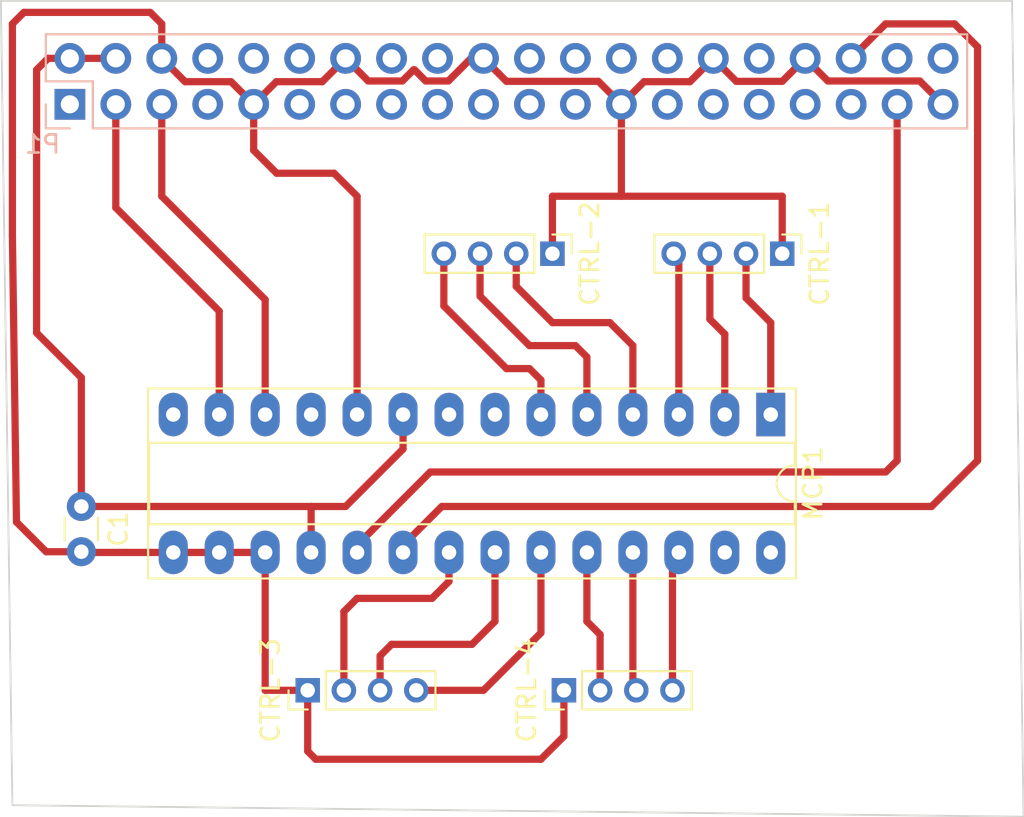
<source format=kicad_pcb>
(kicad_pcb (version 20171130) (host pcbnew 5.1.4-e60b266~84~ubuntu18.04.1)

  (general
    (thickness 1.6)
    (drawings 4)
    (tracks 135)
    (zones 0)
    (modules 7)
    (nets 20)
  )

  (page A3)
  (title_block
    (date "15 nov 2012")
  )

  (layers
    (0 F.Cu signal)
    (31 B.Cu signal)
    (32 B.Adhes user)
    (33 F.Adhes user)
    (34 B.Paste user)
    (35 F.Paste user)
    (36 B.SilkS user)
    (37 F.SilkS user)
    (38 B.Mask user)
    (39 F.Mask user)
    (40 Dwgs.User user)
    (41 Cmts.User user)
    (42 Eco1.User user)
    (43 Eco2.User user)
    (44 Edge.Cuts user)
    (45 Margin user)
    (46 B.CrtYd user)
    (47 F.CrtYd user)
  )

  (setup
    (last_trace_width 0.4)
    (trace_clearance 0.2)
    (zone_clearance 0.508)
    (zone_45_only no)
    (trace_min 0.1524)
    (via_size 0.9)
    (via_drill 0.6)
    (via_min_size 0.8)
    (via_min_drill 0.5)
    (uvia_size 0.5)
    (uvia_drill 0.1)
    (uvias_allowed no)
    (uvia_min_size 0.5)
    (uvia_min_drill 0.1)
    (edge_width 0.1)
    (segment_width 0.1)
    (pcb_text_width 0.1)
    (pcb_text_size 1 1)
    (mod_edge_width 0.15)
    (mod_text_size 1 1)
    (mod_text_width 0.15)
    (pad_size 2.5 2.5)
    (pad_drill 2.5)
    (pad_to_mask_clearance 0)
    (aux_axis_origin 200 150)
    (grid_origin 200 150)
    (visible_elements 7FFFFFFF)
    (pcbplotparams
      (layerselection 0x00030_80000001)
      (usegerberextensions true)
      (usegerberattributes false)
      (usegerberadvancedattributes false)
      (creategerberjobfile false)
      (excludeedgelayer true)
      (linewidth 0.150000)
      (plotframeref false)
      (viasonmask false)
      (mode 1)
      (useauxorigin false)
      (hpglpennumber 1)
      (hpglpenspeed 20)
      (hpglpendiameter 15.000000)
      (psnegative false)
      (psa4output false)
      (plotreference true)
      (plotvalue true)
      (plotinvisibletext false)
      (padsonsilk false)
      (subtractmaskfromsilk false)
      (outputformat 1)
      (mirror false)
      (drillshape 1)
      (scaleselection 1)
      (outputdirectory ""))
  )

  (net 0 "")
  (net 1 +3V3)
  (net 2 +5V)
  (net 3 GND)
  (net 4 /GPIO26)
  (net 5 "/GPIO2(SDA1)")
  (net 6 "/GPIO3(SCL1)")
  (net 7 /GPIO16)
  (net 8 "Net-(CTRL-1-Pad4)")
  (net 9 "Net-(CTRL-1-Pad3)")
  (net 10 "Net-(CTRL-1-Pad2)")
  (net 11 "Net-(CTRL-2-Pad4)")
  (net 12 "Net-(CTRL-2-Pad3)")
  (net 13 "Net-(CTRL-2-Pad2)")
  (net 14 "Net-(CTRL-3-Pad4)")
  (net 15 "Net-(CTRL-3-Pad3)")
  (net 16 "Net-(CTRL-3-Pad2)")
  (net 17 "Net-(CTRL-4-Pad4)")
  (net 18 "Net-(CTRL-4-Pad3)")
  (net 19 "Net-(CTRL-4-Pad2)")

  (net_class Default "This is the default net class."
    (clearance 0.2)
    (trace_width 0.4)
    (via_dia 0.9)
    (via_drill 0.6)
    (uvia_dia 0.5)
    (uvia_drill 0.1)
    (add_net /GPIO16)
    (add_net "/GPIO2(SDA1)")
    (add_net /GPIO26)
    (add_net "/GPIO3(SCL1)")
    (add_net "Net-(CTRL-1-Pad2)")
    (add_net "Net-(CTRL-1-Pad3)")
    (add_net "Net-(CTRL-1-Pad4)")
    (add_net "Net-(CTRL-2-Pad2)")
    (add_net "Net-(CTRL-2-Pad3)")
    (add_net "Net-(CTRL-2-Pad4)")
    (add_net "Net-(CTRL-3-Pad2)")
    (add_net "Net-(CTRL-3-Pad3)")
    (add_net "Net-(CTRL-3-Pad4)")
    (add_net "Net-(CTRL-4-Pad2)")
    (add_net "Net-(CTRL-4-Pad3)")
    (add_net "Net-(CTRL-4-Pad4)")
  )

  (net_class Power ""
    (clearance 0.2)
    (trace_width 0.4)
    (via_dia 1)
    (via_drill 0.7)
    (uvia_dia 0.5)
    (uvia_drill 0.1)
    (add_net +3V3)
    (add_net +5V)
    (add_net GND)
  )

  (module Connector_PinSocket_2.54mm:PinSocket_2x20_P2.54mm_Vertical (layer B.Cu) (tedit 5A19A433) (tstamp 5A793E9F)
    (at 208.255 102.375 270)
    (descr "Through hole straight socket strip, 2x20, 2.54mm pitch, double cols (from Kicad 4.0.7), script generated")
    (tags "Through hole socket strip THT 2x20 2.54mm double row")
    (path /59AD464A)
    (fp_text reference P1 (at 2.208 1.512) (layer B.SilkS)
      (effects (font (size 1 1) (thickness 0.15)) (justify mirror))
    )
    (fp_text value Conn_02x20_Odd_Even (at -1.27 -51.03 270) (layer B.Fab)
      (effects (font (size 1 1) (thickness 0.15)) (justify mirror))
    )
    (fp_line (start -3.81 1.27) (end 0.27 1.27) (layer B.Fab) (width 0.1))
    (fp_line (start 0.27 1.27) (end 1.27 0.27) (layer B.Fab) (width 0.1))
    (fp_line (start 1.27 0.27) (end 1.27 -49.53) (layer B.Fab) (width 0.1))
    (fp_line (start 1.27 -49.53) (end -3.81 -49.53) (layer B.Fab) (width 0.1))
    (fp_line (start -3.81 -49.53) (end -3.81 1.27) (layer B.Fab) (width 0.1))
    (fp_line (start -3.87 1.33) (end -1.27 1.33) (layer B.SilkS) (width 0.12))
    (fp_line (start -3.87 1.33) (end -3.87 -49.59) (layer B.SilkS) (width 0.12))
    (fp_line (start -3.87 -49.59) (end 1.33 -49.59) (layer B.SilkS) (width 0.12))
    (fp_line (start 1.33 -1.27) (end 1.33 -49.59) (layer B.SilkS) (width 0.12))
    (fp_line (start -1.27 -1.27) (end 1.33 -1.27) (layer B.SilkS) (width 0.12))
    (fp_line (start -1.27 1.33) (end -1.27 -1.27) (layer B.SilkS) (width 0.12))
    (fp_line (start 1.33 1.33) (end 1.33 0) (layer B.SilkS) (width 0.12))
    (fp_line (start 0 1.33) (end 1.33 1.33) (layer B.SilkS) (width 0.12))
    (fp_line (start -4.34 1.8) (end 1.76 1.8) (layer B.CrtYd) (width 0.05))
    (fp_line (start 1.76 1.8) (end 1.76 -50) (layer B.CrtYd) (width 0.05))
    (fp_line (start 1.76 -50) (end -4.34 -50) (layer B.CrtYd) (width 0.05))
    (fp_line (start -4.34 -50) (end -4.34 1.8) (layer B.CrtYd) (width 0.05))
    (fp_text user %R (at -1.27 -24.13 180) (layer B.Fab)
      (effects (font (size 1 1) (thickness 0.15)) (justify mirror))
    )
    (pad 1 thru_hole rect (at 0 0 270) (size 1.7 1.7) (drill 1) (layers *.Cu *.Mask)
      (net 1 +3V3))
    (pad 2 thru_hole oval (at -2.54 0 270) (size 1.7 1.7) (drill 1) (layers *.Cu *.Mask)
      (net 2 +5V))
    (pad 3 thru_hole oval (at 0 -2.54 270) (size 1.7 1.7) (drill 1) (layers *.Cu *.Mask)
      (net 5 "/GPIO2(SDA1)"))
    (pad 4 thru_hole oval (at -2.54 -2.54 270) (size 1.7 1.7) (drill 1) (layers *.Cu *.Mask)
      (net 2 +5V))
    (pad 5 thru_hole oval (at 0 -5.08 270) (size 1.7 1.7) (drill 1) (layers *.Cu *.Mask)
      (net 6 "/GPIO3(SCL1)"))
    (pad 6 thru_hole oval (at -2.54 -5.08 270) (size 1.7 1.7) (drill 1) (layers *.Cu *.Mask)
      (net 3 GND))
    (pad 7 thru_hole oval (at 0 -7.62 270) (size 1.7 1.7) (drill 1) (layers *.Cu *.Mask))
    (pad 8 thru_hole oval (at -2.54 -7.62 270) (size 1.7 1.7) (drill 1) (layers *.Cu *.Mask))
    (pad 9 thru_hole oval (at 0 -10.16 270) (size 1.7 1.7) (drill 1) (layers *.Cu *.Mask)
      (net 3 GND))
    (pad 10 thru_hole oval (at -2.54 -10.16 270) (size 1.7 1.7) (drill 1) (layers *.Cu *.Mask))
    (pad 11 thru_hole oval (at 0 -12.7 270) (size 1.7 1.7) (drill 1) (layers *.Cu *.Mask))
    (pad 12 thru_hole oval (at -2.54 -12.7 270) (size 1.7 1.7) (drill 1) (layers *.Cu *.Mask))
    (pad 13 thru_hole oval (at 0 -15.24 270) (size 1.7 1.7) (drill 1) (layers *.Cu *.Mask))
    (pad 14 thru_hole oval (at -2.54 -15.24 270) (size 1.7 1.7) (drill 1) (layers *.Cu *.Mask)
      (net 3 GND))
    (pad 15 thru_hole oval (at 0 -17.78 270) (size 1.7 1.7) (drill 1) (layers *.Cu *.Mask))
    (pad 16 thru_hole oval (at -2.54 -17.78 270) (size 1.7 1.7) (drill 1) (layers *.Cu *.Mask))
    (pad 17 thru_hole oval (at 0 -20.32 270) (size 1.7 1.7) (drill 1) (layers *.Cu *.Mask)
      (net 1 +3V3))
    (pad 18 thru_hole oval (at -2.54 -20.32 270) (size 1.7 1.7) (drill 1) (layers *.Cu *.Mask))
    (pad 19 thru_hole oval (at 0 -22.86 270) (size 1.7 1.7) (drill 1) (layers *.Cu *.Mask))
    (pad 20 thru_hole oval (at -2.54 -22.86 270) (size 1.7 1.7) (drill 1) (layers *.Cu *.Mask)
      (net 3 GND))
    (pad 21 thru_hole oval (at 0 -25.4 270) (size 1.7 1.7) (drill 1) (layers *.Cu *.Mask))
    (pad 22 thru_hole oval (at -2.54 -25.4 270) (size 1.7 1.7) (drill 1) (layers *.Cu *.Mask))
    (pad 23 thru_hole oval (at 0 -27.94 270) (size 1.7 1.7) (drill 1) (layers *.Cu *.Mask))
    (pad 24 thru_hole oval (at -2.54 -27.94 270) (size 1.7 1.7) (drill 1) (layers *.Cu *.Mask))
    (pad 25 thru_hole oval (at 0 -30.48 270) (size 1.7 1.7) (drill 1) (layers *.Cu *.Mask)
      (net 3 GND))
    (pad 26 thru_hole oval (at -2.54 -30.48 270) (size 1.7 1.7) (drill 1) (layers *.Cu *.Mask))
    (pad 27 thru_hole oval (at 0 -33.02 270) (size 1.7 1.7) (drill 1) (layers *.Cu *.Mask))
    (pad 28 thru_hole oval (at -2.54 -33.02 270) (size 1.7 1.7) (drill 1) (layers *.Cu *.Mask))
    (pad 29 thru_hole oval (at 0 -35.56 270) (size 1.7 1.7) (drill 1) (layers *.Cu *.Mask))
    (pad 30 thru_hole oval (at -2.54 -35.56 270) (size 1.7 1.7) (drill 1) (layers *.Cu *.Mask)
      (net 3 GND))
    (pad 31 thru_hole oval (at 0 -38.1 270) (size 1.7 1.7) (drill 1) (layers *.Cu *.Mask))
    (pad 32 thru_hole oval (at -2.54 -38.1 270) (size 1.7 1.7) (drill 1) (layers *.Cu *.Mask))
    (pad 33 thru_hole oval (at 0 -40.64 270) (size 1.7 1.7) (drill 1) (layers *.Cu *.Mask))
    (pad 34 thru_hole oval (at -2.54 -40.64 270) (size 1.7 1.7) (drill 1) (layers *.Cu *.Mask)
      (net 3 GND))
    (pad 35 thru_hole oval (at 0 -43.18 270) (size 1.7 1.7) (drill 1) (layers *.Cu *.Mask))
    (pad 36 thru_hole oval (at -2.54 -43.18 270) (size 1.7 1.7) (drill 1) (layers *.Cu *.Mask)
      (net 7 /GPIO16))
    (pad 37 thru_hole oval (at 0 -45.72 270) (size 1.7 1.7) (drill 1) (layers *.Cu *.Mask)
      (net 4 /GPIO26))
    (pad 38 thru_hole oval (at -2.54 -45.72 270) (size 1.7 1.7) (drill 1) (layers *.Cu *.Mask))
    (pad 39 thru_hole oval (at 0 -48.26 270) (size 1.7 1.7) (drill 1) (layers *.Cu *.Mask)
      (net 3 GND))
    (pad 40 thru_hole oval (at -2.54 -48.26 270) (size 1.7 1.7) (drill 1) (layers *.Cu *.Mask))
    (model ${KISYS3DMOD}/Connector_PinSocket_2.54mm.3dshapes/PinSocket_2x20_P2.54mm_Vertical.wrl
      (at (xyz 0 0 0))
      (scale (xyz 1 1 1))
      (rotate (xyz 0 0 0))
    )
  )

  (module Package_DIP:DIP-28_W7.62mm_Socket_LongPads (layer F.Cu) (tedit 5A02E8C5) (tstamp 5DB59BC4)
    (at 246.99 119.52 270)
    (descr "28-lead though-hole mounted DIP package, row spacing 7.62 mm (300 mils), Socket, LongPads")
    (tags "THT DIP DIL PDIP 2.54mm 7.62mm 300mil Socket LongPads")
    (path /5919A2E7)
    (fp_text reference MCP1 (at 3.81 -2.33 90) (layer F.SilkS)
      (effects (font (size 1 1) (thickness 0.15)))
    )
    (fp_text value MCP23017 (at 3.81 35.35 90) (layer F.Fab)
      (effects (font (size 1 1) (thickness 0.15)))
    )
    (fp_text user %R (at 3.81 16.51 90) (layer F.Fab)
      (effects (font (size 1 1) (thickness 0.15)))
    )
    (fp_line (start 9.15 -1.6) (end -1.55 -1.6) (layer F.CrtYd) (width 0.05))
    (fp_line (start 9.15 34.65) (end 9.15 -1.6) (layer F.CrtYd) (width 0.05))
    (fp_line (start -1.55 34.65) (end 9.15 34.65) (layer F.CrtYd) (width 0.05))
    (fp_line (start -1.55 -1.6) (end -1.55 34.65) (layer F.CrtYd) (width 0.05))
    (fp_line (start 9.06 -1.39) (end -1.44 -1.39) (layer F.SilkS) (width 0.12))
    (fp_line (start 9.06 34.41) (end 9.06 -1.39) (layer F.SilkS) (width 0.12))
    (fp_line (start -1.44 34.41) (end 9.06 34.41) (layer F.SilkS) (width 0.12))
    (fp_line (start -1.44 -1.39) (end -1.44 34.41) (layer F.SilkS) (width 0.12))
    (fp_line (start 6.06 -1.33) (end 4.81 -1.33) (layer F.SilkS) (width 0.12))
    (fp_line (start 6.06 34.35) (end 6.06 -1.33) (layer F.SilkS) (width 0.12))
    (fp_line (start 1.56 34.35) (end 6.06 34.35) (layer F.SilkS) (width 0.12))
    (fp_line (start 1.56 -1.33) (end 1.56 34.35) (layer F.SilkS) (width 0.12))
    (fp_line (start 2.81 -1.33) (end 1.56 -1.33) (layer F.SilkS) (width 0.12))
    (fp_line (start 8.89 -1.33) (end -1.27 -1.33) (layer F.Fab) (width 0.1))
    (fp_line (start 8.89 34.35) (end 8.89 -1.33) (layer F.Fab) (width 0.1))
    (fp_line (start -1.27 34.35) (end 8.89 34.35) (layer F.Fab) (width 0.1))
    (fp_line (start -1.27 -1.33) (end -1.27 34.35) (layer F.Fab) (width 0.1))
    (fp_line (start 0.635 -0.27) (end 1.635 -1.27) (layer F.Fab) (width 0.1))
    (fp_line (start 0.635 34.29) (end 0.635 -0.27) (layer F.Fab) (width 0.1))
    (fp_line (start 6.985 34.29) (end 0.635 34.29) (layer F.Fab) (width 0.1))
    (fp_line (start 6.985 -1.27) (end 6.985 34.29) (layer F.Fab) (width 0.1))
    (fp_line (start 1.635 -1.27) (end 6.985 -1.27) (layer F.Fab) (width 0.1))
    (fp_arc (start 3.81 -1.33) (end 2.81 -1.33) (angle -180) (layer F.SilkS) (width 0.12))
    (pad 28 thru_hole oval (at 7.62 0 270) (size 2.4 1.6) (drill 0.8) (layers *.Cu *.Mask))
    (pad 14 thru_hole oval (at 0 33.02 270) (size 2.4 1.6) (drill 0.8) (layers *.Cu *.Mask))
    (pad 27 thru_hole oval (at 7.62 2.54 270) (size 2.4 1.6) (drill 0.8) (layers *.Cu *.Mask))
    (pad 13 thru_hole oval (at 0 30.48 270) (size 2.4 1.6) (drill 0.8) (layers *.Cu *.Mask)
      (net 5 "/GPIO2(SDA1)"))
    (pad 26 thru_hole oval (at 7.62 5.08 270) (size 2.4 1.6) (drill 0.8) (layers *.Cu *.Mask)
      (net 17 "Net-(CTRL-4-Pad4)"))
    (pad 12 thru_hole oval (at 0 27.94 270) (size 2.4 1.6) (drill 0.8) (layers *.Cu *.Mask)
      (net 6 "/GPIO3(SCL1)"))
    (pad 25 thru_hole oval (at 7.62 7.62 270) (size 2.4 1.6) (drill 0.8) (layers *.Cu *.Mask)
      (net 18 "Net-(CTRL-4-Pad3)"))
    (pad 11 thru_hole oval (at 0 25.4 270) (size 2.4 1.6) (drill 0.8) (layers *.Cu *.Mask))
    (pad 24 thru_hole oval (at 7.62 10.16 270) (size 2.4 1.6) (drill 0.8) (layers *.Cu *.Mask)
      (net 19 "Net-(CTRL-4-Pad2)"))
    (pad 10 thru_hole oval (at 0 22.86 270) (size 2.4 1.6) (drill 0.8) (layers *.Cu *.Mask)
      (net 3 GND))
    (pad 23 thru_hole oval (at 7.62 12.7 270) (size 2.4 1.6) (drill 0.8) (layers *.Cu *.Mask)
      (net 14 "Net-(CTRL-3-Pad4)"))
    (pad 9 thru_hole oval (at 0 20.32 270) (size 2.4 1.6) (drill 0.8) (layers *.Cu *.Mask)
      (net 2 +5V))
    (pad 22 thru_hole oval (at 7.62 15.24 270) (size 2.4 1.6) (drill 0.8) (layers *.Cu *.Mask)
      (net 15 "Net-(CTRL-3-Pad3)"))
    (pad 8 thru_hole oval (at 0 17.78 270) (size 2.4 1.6) (drill 0.8) (layers *.Cu *.Mask))
    (pad 21 thru_hole oval (at 7.62 17.78 270) (size 2.4 1.6) (drill 0.8) (layers *.Cu *.Mask)
      (net 16 "Net-(CTRL-3-Pad2)"))
    (pad 7 thru_hole oval (at 0 15.24 270) (size 2.4 1.6) (drill 0.8) (layers *.Cu *.Mask))
    (pad 20 thru_hole oval (at 7.62 20.32 270) (size 2.4 1.6) (drill 0.8) (layers *.Cu *.Mask)
      (net 7 /GPIO16))
    (pad 6 thru_hole oval (at 0 12.7 270) (size 2.4 1.6) (drill 0.8) (layers *.Cu *.Mask)
      (net 11 "Net-(CTRL-2-Pad4)"))
    (pad 19 thru_hole oval (at 7.62 22.86 270) (size 2.4 1.6) (drill 0.8) (layers *.Cu *.Mask)
      (net 4 /GPIO26))
    (pad 5 thru_hole oval (at 0 10.16 270) (size 2.4 1.6) (drill 0.8) (layers *.Cu *.Mask)
      (net 12 "Net-(CTRL-2-Pad3)"))
    (pad 18 thru_hole oval (at 7.62 25.4 270) (size 2.4 1.6) (drill 0.8) (layers *.Cu *.Mask)
      (net 2 +5V))
    (pad 4 thru_hole oval (at 0 7.62 270) (size 2.4 1.6) (drill 0.8) (layers *.Cu *.Mask)
      (net 13 "Net-(CTRL-2-Pad2)"))
    (pad 17 thru_hole oval (at 7.62 27.94 270) (size 2.4 1.6) (drill 0.8) (layers *.Cu *.Mask)
      (net 3 GND))
    (pad 3 thru_hole oval (at 0 5.08 270) (size 2.4 1.6) (drill 0.8) (layers *.Cu *.Mask)
      (net 8 "Net-(CTRL-1-Pad4)"))
    (pad 16 thru_hole oval (at 7.62 30.48 270) (size 2.4 1.6) (drill 0.8) (layers *.Cu *.Mask)
      (net 3 GND))
    (pad 2 thru_hole oval (at 0 2.54 270) (size 2.4 1.6) (drill 0.8) (layers *.Cu *.Mask)
      (net 9 "Net-(CTRL-1-Pad3)"))
    (pad 15 thru_hole oval (at 7.62 33.02 270) (size 2.4 1.6) (drill 0.8) (layers *.Cu *.Mask)
      (net 3 GND))
    (pad 1 thru_hole rect (at 0 0 270) (size 2.4 1.6) (drill 0.8) (layers *.Cu *.Mask)
      (net 10 "Net-(CTRL-1-Pad2)"))
    (model ${KISYS3DMOD}/Package_DIP.3dshapes/DIP-28_W7.62mm_Socket.wrl
      (at (xyz 0 0 0))
      (scale (xyz 1 1 1))
      (rotate (xyz 0 0 0))
    )
  )

  (module Connector_PinHeader_2.00mm:PinHeader_1x04_P2.00mm_Vertical (layer F.Cu) (tedit 59FED667) (tstamp 5DB59B8C)
    (at 235.56 134.76 90)
    (descr "Through hole straight pin header, 1x04, 2.00mm pitch, single row")
    (tags "Through hole pin header THT 1x04 2.00mm single row")
    (path /5919A47E)
    (fp_text reference CTRL-4 (at 0 -2.06 90) (layer F.SilkS)
      (effects (font (size 1 1) (thickness 0.15)))
    )
    (fp_text value CTRL2 (at 0 8.06 90) (layer F.Fab)
      (effects (font (size 1 1) (thickness 0.15)))
    )
    (fp_text user %R (at 0 3) (layer F.Fab)
      (effects (font (size 1 1) (thickness 0.15)))
    )
    (fp_line (start 1.5 -1.5) (end -1.5 -1.5) (layer F.CrtYd) (width 0.05))
    (fp_line (start 1.5 7.5) (end 1.5 -1.5) (layer F.CrtYd) (width 0.05))
    (fp_line (start -1.5 7.5) (end 1.5 7.5) (layer F.CrtYd) (width 0.05))
    (fp_line (start -1.5 -1.5) (end -1.5 7.5) (layer F.CrtYd) (width 0.05))
    (fp_line (start -1.06 -1.06) (end 0 -1.06) (layer F.SilkS) (width 0.12))
    (fp_line (start -1.06 0) (end -1.06 -1.06) (layer F.SilkS) (width 0.12))
    (fp_line (start -1.06 1) (end 1.06 1) (layer F.SilkS) (width 0.12))
    (fp_line (start 1.06 1) (end 1.06 7.06) (layer F.SilkS) (width 0.12))
    (fp_line (start -1.06 1) (end -1.06 7.06) (layer F.SilkS) (width 0.12))
    (fp_line (start -1.06 7.06) (end 1.06 7.06) (layer F.SilkS) (width 0.12))
    (fp_line (start -1 -0.5) (end -0.5 -1) (layer F.Fab) (width 0.1))
    (fp_line (start -1 7) (end -1 -0.5) (layer F.Fab) (width 0.1))
    (fp_line (start 1 7) (end -1 7) (layer F.Fab) (width 0.1))
    (fp_line (start 1 -1) (end 1 7) (layer F.Fab) (width 0.1))
    (fp_line (start -0.5 -1) (end 1 -1) (layer F.Fab) (width 0.1))
    (pad 4 thru_hole oval (at 0 6 90) (size 1.35 1.35) (drill 0.8) (layers *.Cu *.Mask)
      (net 17 "Net-(CTRL-4-Pad4)"))
    (pad 3 thru_hole oval (at 0 4 90) (size 1.35 1.35) (drill 0.8) (layers *.Cu *.Mask)
      (net 18 "Net-(CTRL-4-Pad3)"))
    (pad 2 thru_hole oval (at 0 2 90) (size 1.35 1.35) (drill 0.8) (layers *.Cu *.Mask)
      (net 19 "Net-(CTRL-4-Pad2)"))
    (pad 1 thru_hole rect (at 0 0 90) (size 1.35 1.35) (drill 0.8) (layers *.Cu *.Mask)
      (net 3 GND))
    (model ${KISYS3DMOD}/Connector_PinHeader_2.00mm.3dshapes/PinHeader_1x04_P2.00mm_Vertical.wrl
      (at (xyz 0 0 0))
      (scale (xyz 1 1 1))
      (rotate (xyz 0 0 0))
    )
  )

  (module Connector_PinHeader_2.00mm:PinHeader_1x04_P2.00mm_Vertical (layer F.Cu) (tedit 59FED667) (tstamp 5DB59B74)
    (at 221.4 134.76 90)
    (descr "Through hole straight pin header, 1x04, 2.00mm pitch, single row")
    (tags "Through hole pin header THT 1x04 2.00mm single row")
    (path /5919A2E4)
    (fp_text reference CTRL-3 (at 0 -2.06 90) (layer F.SilkS)
      (effects (font (size 1 1) (thickness 0.15)))
    )
    (fp_text value CTRL1 (at 0 8.06 90) (layer F.Fab)
      (effects (font (size 1 1) (thickness 0.15)))
    )
    (fp_text user %R (at 0 3) (layer F.Fab)
      (effects (font (size 1 1) (thickness 0.15)))
    )
    (fp_line (start 1.5 -1.5) (end -1.5 -1.5) (layer F.CrtYd) (width 0.05))
    (fp_line (start 1.5 7.5) (end 1.5 -1.5) (layer F.CrtYd) (width 0.05))
    (fp_line (start -1.5 7.5) (end 1.5 7.5) (layer F.CrtYd) (width 0.05))
    (fp_line (start -1.5 -1.5) (end -1.5 7.5) (layer F.CrtYd) (width 0.05))
    (fp_line (start -1.06 -1.06) (end 0 -1.06) (layer F.SilkS) (width 0.12))
    (fp_line (start -1.06 0) (end -1.06 -1.06) (layer F.SilkS) (width 0.12))
    (fp_line (start -1.06 1) (end 1.06 1) (layer F.SilkS) (width 0.12))
    (fp_line (start 1.06 1) (end 1.06 7.06) (layer F.SilkS) (width 0.12))
    (fp_line (start -1.06 1) (end -1.06 7.06) (layer F.SilkS) (width 0.12))
    (fp_line (start -1.06 7.06) (end 1.06 7.06) (layer F.SilkS) (width 0.12))
    (fp_line (start -1 -0.5) (end -0.5 -1) (layer F.Fab) (width 0.1))
    (fp_line (start -1 7) (end -1 -0.5) (layer F.Fab) (width 0.1))
    (fp_line (start 1 7) (end -1 7) (layer F.Fab) (width 0.1))
    (fp_line (start 1 -1) (end 1 7) (layer F.Fab) (width 0.1))
    (fp_line (start -0.5 -1) (end 1 -1) (layer F.Fab) (width 0.1))
    (pad 4 thru_hole oval (at 0 6 90) (size 1.35 1.35) (drill 0.8) (layers *.Cu *.Mask)
      (net 14 "Net-(CTRL-3-Pad4)"))
    (pad 3 thru_hole oval (at 0 4 90) (size 1.35 1.35) (drill 0.8) (layers *.Cu *.Mask)
      (net 15 "Net-(CTRL-3-Pad3)"))
    (pad 2 thru_hole oval (at 0 2 90) (size 1.35 1.35) (drill 0.8) (layers *.Cu *.Mask)
      (net 16 "Net-(CTRL-3-Pad2)"))
    (pad 1 thru_hole rect (at 0 0 90) (size 1.35 1.35) (drill 0.8) (layers *.Cu *.Mask)
      (net 3 GND))
    (model ${KISYS3DMOD}/Connector_PinHeader_2.00mm.3dshapes/PinHeader_1x04_P2.00mm_Vertical.wrl
      (at (xyz 0 0 0))
      (scale (xyz 1 1 1))
      (rotate (xyz 0 0 0))
    )
  )

  (module Connector_PinHeader_2.00mm:PinHeader_1x04_P2.00mm_Vertical (layer F.Cu) (tedit 59FED667) (tstamp 5DB59B5C)
    (at 234.925 110.63 270)
    (descr "Through hole straight pin header, 1x04, 2.00mm pitch, single row")
    (tags "Through hole pin header THT 1x04 2.00mm single row")
    (path /5919A47C)
    (fp_text reference CTRL-2 (at 0 -2.06 90) (layer F.SilkS)
      (effects (font (size 1 1) (thickness 0.15)))
    )
    (fp_text value CTRL4 (at 0 8.06 90) (layer F.Fab)
      (effects (font (size 1 1) (thickness 0.15)))
    )
    (fp_text user %R (at 0 3) (layer F.Fab)
      (effects (font (size 1 1) (thickness 0.15)))
    )
    (fp_line (start 1.5 -1.5) (end -1.5 -1.5) (layer F.CrtYd) (width 0.05))
    (fp_line (start 1.5 7.5) (end 1.5 -1.5) (layer F.CrtYd) (width 0.05))
    (fp_line (start -1.5 7.5) (end 1.5 7.5) (layer F.CrtYd) (width 0.05))
    (fp_line (start -1.5 -1.5) (end -1.5 7.5) (layer F.CrtYd) (width 0.05))
    (fp_line (start -1.06 -1.06) (end 0 -1.06) (layer F.SilkS) (width 0.12))
    (fp_line (start -1.06 0) (end -1.06 -1.06) (layer F.SilkS) (width 0.12))
    (fp_line (start -1.06 1) (end 1.06 1) (layer F.SilkS) (width 0.12))
    (fp_line (start 1.06 1) (end 1.06 7.06) (layer F.SilkS) (width 0.12))
    (fp_line (start -1.06 1) (end -1.06 7.06) (layer F.SilkS) (width 0.12))
    (fp_line (start -1.06 7.06) (end 1.06 7.06) (layer F.SilkS) (width 0.12))
    (fp_line (start -1 -0.5) (end -0.5 -1) (layer F.Fab) (width 0.1))
    (fp_line (start -1 7) (end -1 -0.5) (layer F.Fab) (width 0.1))
    (fp_line (start 1 7) (end -1 7) (layer F.Fab) (width 0.1))
    (fp_line (start 1 -1) (end 1 7) (layer F.Fab) (width 0.1))
    (fp_line (start -0.5 -1) (end 1 -1) (layer F.Fab) (width 0.1))
    (pad 4 thru_hole oval (at 0 6 270) (size 1.35 1.35) (drill 0.8) (layers *.Cu *.Mask)
      (net 11 "Net-(CTRL-2-Pad4)"))
    (pad 3 thru_hole oval (at 0 4 270) (size 1.35 1.35) (drill 0.8) (layers *.Cu *.Mask)
      (net 12 "Net-(CTRL-2-Pad3)"))
    (pad 2 thru_hole oval (at 0 2 270) (size 1.35 1.35) (drill 0.8) (layers *.Cu *.Mask)
      (net 13 "Net-(CTRL-2-Pad2)"))
    (pad 1 thru_hole rect (at 0 0 270) (size 1.35 1.35) (drill 0.8) (layers *.Cu *.Mask)
      (net 3 GND))
    (model ${KISYS3DMOD}/Connector_PinHeader_2.00mm.3dshapes/PinHeader_1x04_P2.00mm_Vertical.wrl
      (at (xyz 0 0 0))
      (scale (xyz 1 1 1))
      (rotate (xyz 0 0 0))
    )
  )

  (module Connector_PinHeader_2.00mm:PinHeader_1x04_P2.00mm_Vertical (layer F.Cu) (tedit 59FED667) (tstamp 5DB59ED0)
    (at 247.625 110.63 270)
    (descr "Through hole straight pin header, 1x04, 2.00mm pitch, single row")
    (tags "Through hole pin header THT 1x04 2.00mm single row")
    (path /5919A47B)
    (fp_text reference CTRL-1 (at 0 -2.06 90) (layer F.SilkS)
      (effects (font (size 1 1) (thickness 0.15)))
    )
    (fp_text value CTRL3 (at 0 8.06 90) (layer F.Fab)
      (effects (font (size 1 1) (thickness 0.15)))
    )
    (fp_text user %R (at 0 3) (layer F.Fab)
      (effects (font (size 1 1) (thickness 0.15)))
    )
    (fp_line (start 1.5 -1.5) (end -1.5 -1.5) (layer F.CrtYd) (width 0.05))
    (fp_line (start 1.5 7.5) (end 1.5 -1.5) (layer F.CrtYd) (width 0.05))
    (fp_line (start -1.5 7.5) (end 1.5 7.5) (layer F.CrtYd) (width 0.05))
    (fp_line (start -1.5 -1.5) (end -1.5 7.5) (layer F.CrtYd) (width 0.05))
    (fp_line (start -1.06 -1.06) (end 0 -1.06) (layer F.SilkS) (width 0.12))
    (fp_line (start -1.06 0) (end -1.06 -1.06) (layer F.SilkS) (width 0.12))
    (fp_line (start -1.06 1) (end 1.06 1) (layer F.SilkS) (width 0.12))
    (fp_line (start 1.06 1) (end 1.06 7.06) (layer F.SilkS) (width 0.12))
    (fp_line (start -1.06 1) (end -1.06 7.06) (layer F.SilkS) (width 0.12))
    (fp_line (start -1.06 7.06) (end 1.06 7.06) (layer F.SilkS) (width 0.12))
    (fp_line (start -1 -0.5) (end -0.5 -1) (layer F.Fab) (width 0.1))
    (fp_line (start -1 7) (end -1 -0.5) (layer F.Fab) (width 0.1))
    (fp_line (start 1 7) (end -1 7) (layer F.Fab) (width 0.1))
    (fp_line (start 1 -1) (end 1 7) (layer F.Fab) (width 0.1))
    (fp_line (start -0.5 -1) (end 1 -1) (layer F.Fab) (width 0.1))
    (pad 4 thru_hole oval (at 0 6 270) (size 1.35 1.35) (drill 0.8) (layers *.Cu *.Mask)
      (net 8 "Net-(CTRL-1-Pad4)"))
    (pad 3 thru_hole oval (at 0 4 270) (size 1.35 1.35) (drill 0.8) (layers *.Cu *.Mask)
      (net 9 "Net-(CTRL-1-Pad3)"))
    (pad 2 thru_hole oval (at 0 2 270) (size 1.35 1.35) (drill 0.8) (layers *.Cu *.Mask)
      (net 10 "Net-(CTRL-1-Pad2)"))
    (pad 1 thru_hole rect (at 0 0 270) (size 1.35 1.35) (drill 0.8) (layers *.Cu *.Mask)
      (net 3 GND))
    (model ${KISYS3DMOD}/Connector_PinHeader_2.00mm.3dshapes/PinHeader_1x04_P2.00mm_Vertical.wrl
      (at (xyz 0 0 0))
      (scale (xyz 1 1 1))
      (rotate (xyz 0 0 0))
    )
  )

  (module Capacitor_THT:C_Disc_D3.0mm_W1.6mm_P2.50mm (layer F.Cu) (tedit 5AE50EF0) (tstamp 5DB59B2C)
    (at 208.89 124.6 270)
    (descr "C, Disc series, Radial, pin pitch=2.50mm, , diameter*width=3.0*1.6mm^2, Capacitor, http://www.vishay.com/docs/45233/krseries.pdf")
    (tags "C Disc series Radial pin pitch 2.50mm  diameter 3.0mm width 1.6mm Capacitor")
    (path /591ACB40)
    (fp_text reference C1 (at 1.25 -2.05 90) (layer F.SilkS)
      (effects (font (size 1 1) (thickness 0.15)))
    )
    (fp_text value 100n (at 1.25 2.05 90) (layer F.Fab)
      (effects (font (size 1 1) (thickness 0.15)))
    )
    (fp_text user %R (at 1.25 0 90) (layer F.Fab)
      (effects (font (size 0.6 0.6) (thickness 0.09)))
    )
    (fp_line (start 3.55 -1.05) (end -1.05 -1.05) (layer F.CrtYd) (width 0.05))
    (fp_line (start 3.55 1.05) (end 3.55 -1.05) (layer F.CrtYd) (width 0.05))
    (fp_line (start -1.05 1.05) (end 3.55 1.05) (layer F.CrtYd) (width 0.05))
    (fp_line (start -1.05 -1.05) (end -1.05 1.05) (layer F.CrtYd) (width 0.05))
    (fp_line (start 0.621 0.92) (end 1.879 0.92) (layer F.SilkS) (width 0.12))
    (fp_line (start 0.621 -0.92) (end 1.879 -0.92) (layer F.SilkS) (width 0.12))
    (fp_line (start 2.75 -0.8) (end -0.25 -0.8) (layer F.Fab) (width 0.1))
    (fp_line (start 2.75 0.8) (end 2.75 -0.8) (layer F.Fab) (width 0.1))
    (fp_line (start -0.25 0.8) (end 2.75 0.8) (layer F.Fab) (width 0.1))
    (fp_line (start -0.25 -0.8) (end -0.25 0.8) (layer F.Fab) (width 0.1))
    (pad 2 thru_hole circle (at 2.5 0 270) (size 1.6 1.6) (drill 0.8) (layers *.Cu *.Mask)
      (net 3 GND))
    (pad 1 thru_hole circle (at 0 0 270) (size 1.6 1.6) (drill 0.8) (layers *.Cu *.Mask)
      (net 2 +5V))
    (model ${KISYS3DMOD}/Capacitor_THT.3dshapes/C_Disc_D3.0mm_W1.6mm_P2.50mm.wrl
      (at (xyz 0 0 0))
      (scale (xyz 1 1 1))
      (rotate (xyz 0 0 0))
    )
  )

  (gr_line (start 205.08 141.11) (end 204.445 96.66) (layer Edge.Cuts) (width 0.1))
  (gr_line (start 260.96 141.745) (end 205.08 141.11) (layer Edge.Cuts) (width 0.1))
  (gr_line (start 260.325 96.66) (end 260.96 141.745) (layer Edge.Cuts) (width 0.1))
  (gr_line (start 204.445 96.66) (end 260.325 96.66) (layer Edge.Cuts) (width 0.1))

  (segment (start 208.89 124.6) (end 221.59 124.6) (width 0.4) (layer F.Cu) (net 2))
  (segment (start 221.59 124.6) (end 221.59 127.14) (width 0.4) (layer F.Cu) (net 2))
  (segment (start 208.255 99.835) (end 210.795 99.835) (width 0.4) (layer F.Cu) (net 2))
  (segment (start 208.89 117.615) (end 208.89 124.6) (width 0.4) (layer F.Cu) (net 2))
  (segment (start 207.052919 99.835) (end 206.417919 100.47) (width 0.4) (layer F.Cu) (net 2))
  (segment (start 208.255 99.835) (end 207.052919 99.835) (width 0.4) (layer F.Cu) (net 2))
  (segment (start 206.417919 100.47) (end 206.417919 115.007081) (width 0.4) (layer F.Cu) (net 2))
  (segment (start 208.89 117.479162) (end 208.89 117.615) (width 0.4) (layer F.Cu) (net 2))
  (segment (start 206.417919 115.007081) (end 208.89 117.479162) (width 0.4) (layer F.Cu) (net 2))
  (segment (start 223.495 124.6) (end 221.59 124.6) (width 0.4) (layer F.Cu) (net 2))
  (segment (start 226.67 119.52) (end 226.67 121.425) (width 0.4) (layer F.Cu) (net 2))
  (segment (start 226.67 121.425) (end 223.495 124.6) (width 0.4) (layer F.Cu) (net 2))
  (segment (start 208.93 127.14) (end 208.89 127.1) (width 0.4) (layer F.Cu) (net 3))
  (segment (start 213.97 127.14) (end 208.93 127.14) (width 0.4) (layer F.Cu) (net 3))
  (segment (start 219.05 127.14) (end 219.05 134.76) (width 0.4) (layer F.Cu) (net 3))
  (segment (start 219.05 134.76) (end 221.4 134.76) (width 0.4) (layer F.Cu) (net 3))
  (segment (start 213.97 127.14) (end 219.05 127.14) (width 0.4) (layer F.Cu) (net 3))
  (segment (start 234.29 138.57) (end 235.56 137.3) (width 0.4) (layer F.Cu) (net 3))
  (segment (start 221.845 138.57) (end 234.29 138.57) (width 0.4) (layer F.Cu) (net 3))
  (segment (start 221.4 134.76) (end 221.4 138.125) (width 0.4) (layer F.Cu) (net 3))
  (segment (start 235.56 137.3) (end 235.56 134.76) (width 0.4) (layer F.Cu) (net 3))
  (segment (start 221.4 138.125) (end 221.845 138.57) (width 0.4) (layer F.Cu) (net 3))
  (segment (start 247.625 110.63) (end 247.625 107.455) (width 0.4) (layer F.Cu) (net 3))
  (segment (start 234.925 107.455) (end 234.925 110.63) (width 0.4) (layer F.Cu) (net 3))
  (segment (start 238.735 102.375) (end 238.735 107.455) (width 0.4) (layer F.Cu) (net 3))
  (segment (start 247.625 107.455) (end 238.735 107.455) (width 0.4) (layer F.Cu) (net 3))
  (segment (start 238.735 107.455) (end 234.925 107.455) (width 0.4) (layer F.Cu) (net 3))
  (segment (start 242.525001 101.124999) (end 242.965001 100.684999) (width 0.4) (layer F.Cu) (net 3))
  (segment (start 242.965001 100.684999) (end 243.815 99.835) (width 0.4) (layer F.Cu) (net 3))
  (segment (start 239.985001 101.124999) (end 242.525001 101.124999) (width 0.4) (layer F.Cu) (net 3))
  (segment (start 238.735 102.375) (end 239.985001 101.124999) (width 0.4) (layer F.Cu) (net 3))
  (segment (start 248.045001 100.684999) (end 248.895 99.835) (width 0.4) (layer F.Cu) (net 3))
  (segment (start 245.085 101.105) (end 247.625 101.105) (width 0.4) (layer F.Cu) (net 3))
  (segment (start 247.625 101.105) (end 248.045001 100.684999) (width 0.4) (layer F.Cu) (net 3))
  (segment (start 243.815 99.835) (end 245.085 101.105) (width 0.4) (layer F.Cu) (net 3))
  (segment (start 255.665001 101.525001) (end 256.515 102.375) (width 0.4) (layer F.Cu) (net 3))
  (segment (start 255.225001 101.085001) (end 255.665001 101.525001) (width 0.4) (layer F.Cu) (net 3))
  (segment (start 250.145001 101.085001) (end 255.225001 101.085001) (width 0.4) (layer F.Cu) (net 3))
  (segment (start 248.895 99.835) (end 250.145001 101.085001) (width 0.4) (layer F.Cu) (net 3))
  (segment (start 231.964999 100.684999) (end 231.115 99.835) (width 0.4) (layer F.Cu) (net 3))
  (segment (start 232.385 101.105) (end 231.964999 100.684999) (width 0.4) (layer F.Cu) (net 3))
  (segment (start 237.465 101.105) (end 232.385 101.105) (width 0.4) (layer F.Cu) (net 3))
  (segment (start 238.735 102.375) (end 237.465 101.105) (width 0.4) (layer F.Cu) (net 3))
  (segment (start 224.344999 100.684999) (end 223.495 99.835) (width 0.4) (layer F.Cu) (net 3))
  (segment (start 224.745001 101.085001) (end 224.344999 100.684999) (width 0.4) (layer F.Cu) (net 3))
  (segment (start 226.635001 101.085001) (end 224.745001 101.085001) (width 0.4) (layer F.Cu) (net 3))
  (segment (start 227.250002 100.47) (end 226.635001 101.085001) (width 0.4) (layer F.Cu) (net 3))
  (segment (start 227.305 100.47) (end 227.250002 100.47) (width 0.4) (layer F.Cu) (net 3))
  (segment (start 227.920001 101.085001) (end 227.305 100.47) (width 0.4) (layer F.Cu) (net 3))
  (segment (start 229.175001 101.085001) (end 227.920001 101.085001) (width 0.4) (layer F.Cu) (net 3))
  (segment (start 230.425002 99.835) (end 229.175001 101.085001) (width 0.4) (layer F.Cu) (net 3))
  (segment (start 231.115 99.835) (end 230.425002 99.835) (width 0.4) (layer F.Cu) (net 3))
  (segment (start 219.264999 101.525001) (end 218.415 102.375) (width 0.4) (layer F.Cu) (net 3))
  (segment (start 219.665001 101.124999) (end 219.264999 101.525001) (width 0.4) (layer F.Cu) (net 3))
  (segment (start 222.205001 101.124999) (end 219.665001 101.124999) (width 0.4) (layer F.Cu) (net 3))
  (segment (start 223.495 99.835) (end 222.205001 101.124999) (width 0.4) (layer F.Cu) (net 3))
  (segment (start 214.184999 100.684999) (end 213.335 99.835) (width 0.4) (layer F.Cu) (net 3))
  (segment (start 214.624999 101.124999) (end 214.184999 100.684999) (width 0.4) (layer F.Cu) (net 3))
  (segment (start 217.164999 101.124999) (end 214.624999 101.124999) (width 0.4) (layer F.Cu) (net 3))
  (segment (start 218.415 102.375) (end 217.164999 101.124999) (width 0.4) (layer F.Cu) (net 3))
  (segment (start 222.86 106.185) (end 219.685 106.185) (width 0.4) (layer F.Cu) (net 3))
  (segment (start 218.415 104.915) (end 218.415 102.375) (width 0.4) (layer F.Cu) (net 3))
  (segment (start 219.685 106.185) (end 218.415 104.915) (width 0.4) (layer F.Cu) (net 3))
  (segment (start 224.13 119.52) (end 224.13 107.455) (width 0.4) (layer F.Cu) (net 3))
  (segment (start 224.13 107.455) (end 222.86 106.185) (width 0.4) (layer F.Cu) (net 3))
  (segment (start 213.335 99.835) (end 213.335 97.93) (width 0.4) (layer F.Cu) (net 3))
  (segment (start 213.335 97.93) (end 212.7 97.295) (width 0.4) (layer F.Cu) (net 3))
  (segment (start 212.7 97.295) (end 205.715 97.295) (width 0.4) (layer F.Cu) (net 3))
  (segment (start 205.08 97.93) (end 205.08 109.606075) (width 0.4) (layer F.Cu) (net 3))
  (segment (start 205.715 97.295) (end 205.08 97.93) (width 0.4) (layer F.Cu) (net 3))
  (segment (start 205.08 109.606075) (end 205.306505 125.461505) (width 0.4) (layer F.Cu) (net 3))
  (segment (start 206.945 127.1) (end 208.89 127.1) (width 0.4) (layer F.Cu) (net 3))
  (segment (start 205.306505 125.461505) (end 206.945 127.1) (width 0.4) (layer F.Cu) (net 3))
  (segment (start 253.34 122.695) (end 253.975 122.06) (width 0.4) (layer F.Cu) (net 4))
  (segment (start 228.175 122.695) (end 253.34 122.695) (width 0.4) (layer F.Cu) (net 4))
  (segment (start 253.975 122.06) (end 253.975 102.375) (width 0.4) (layer F.Cu) (net 4))
  (segment (start 224.13 127.14) (end 224.13 126.74) (width 0.4) (layer F.Cu) (net 4))
  (segment (start 224.13 126.74) (end 228.175 122.695) (width 0.4) (layer F.Cu) (net 4))
  (segment (start 210.795 102.375) (end 210.795 108.09) (width 0.4) (layer F.Cu) (net 5))
  (segment (start 210.795 108.09) (end 216.51 113.805) (width 0.4) (layer F.Cu) (net 5))
  (segment (start 216.51 113.805) (end 216.51 119.52) (width 0.4) (layer F.Cu) (net 5))
  (segment (start 219.05 119.52) (end 219.05 113.17) (width 0.4) (layer F.Cu) (net 6))
  (segment (start 219.05 113.17) (end 213.335 107.455) (width 0.4) (layer F.Cu) (net 6))
  (segment (start 213.335 107.455) (end 213.335 102.375) (width 0.4) (layer F.Cu) (net 6))
  (segment (start 253.34 97.93) (end 251.435 99.835) (width 0.4) (layer F.Cu) (net 7))
  (segment (start 257.15 97.93) (end 253.34 97.93) (width 0.4) (layer F.Cu) (net 7))
  (segment (start 258.42 99.2) (end 257.15 97.93) (width 0.4) (layer F.Cu) (net 7))
  (segment (start 226.67 126.74) (end 228.81 124.6) (width 0.4) (layer F.Cu) (net 7))
  (segment (start 226.67 127.14) (end 226.67 126.74) (width 0.4) (layer F.Cu) (net 7))
  (segment (start 258.42 122.06) (end 258.42 99.2) (width 0.4) (layer F.Cu) (net 7))
  (segment (start 228.81 124.6) (end 255.88 124.6) (width 0.4) (layer F.Cu) (net 7))
  (segment (start 255.88 124.6) (end 258.42 122.06) (width 0.4) (layer F.Cu) (net 7))
  (segment (start 241.91 110.915) (end 241.625 110.63) (width 0.4) (layer F.Cu) (net 8))
  (segment (start 241.91 119.52) (end 241.91 110.915) (width 0.4) (layer F.Cu) (net 8))
  (segment (start 243.625 110.63) (end 243.625 114.25) (width 0.4) (layer F.Cu) (net 9))
  (segment (start 243.625 114.25) (end 244.45 115.075) (width 0.4) (layer F.Cu) (net 9))
  (segment (start 244.45 115.075) (end 244.45 119.52) (width 0.4) (layer F.Cu) (net 9))
  (segment (start 245.625 110.63) (end 245.625 113.075) (width 0.4) (layer F.Cu) (net 10))
  (segment (start 246.99 114.44) (end 246.99 119.52) (width 0.4) (layer F.Cu) (net 10))
  (segment (start 245.625 113.075) (end 246.99 114.44) (width 0.4) (layer F.Cu) (net 10))
  (segment (start 228.925 110.63) (end 228.925 113.52) (width 0.4) (layer F.Cu) (net 11))
  (segment (start 228.925 113.52) (end 232.385 116.98) (width 0.4) (layer F.Cu) (net 11))
  (segment (start 232.385 116.98) (end 233.655 116.98) (width 0.4) (layer F.Cu) (net 11))
  (segment (start 233.655 116.98) (end 234.29 117.615) (width 0.4) (layer F.Cu) (net 11))
  (segment (start 234.29 117.615) (end 234.29 119.52) (width 0.4) (layer F.Cu) (net 11))
  (segment (start 230.925 110.63) (end 230.925 112.98) (width 0.4) (layer F.Cu) (net 12))
  (segment (start 230.925 112.98) (end 233.655 115.71) (width 0.4) (layer F.Cu) (net 12))
  (segment (start 233.655 115.71) (end 236.195 115.71) (width 0.4) (layer F.Cu) (net 12))
  (segment (start 236.83 116.345) (end 236.83 119.52) (width 0.4) (layer F.Cu) (net 12))
  (segment (start 236.195 115.71) (end 236.83 116.345) (width 0.4) (layer F.Cu) (net 12))
  (segment (start 232.925 110.63) (end 232.925 112.44) (width 0.4) (layer F.Cu) (net 13))
  (segment (start 232.925 112.44) (end 234.925 114.44) (width 0.4) (layer F.Cu) (net 13))
  (segment (start 234.925 114.44) (end 238.1 114.44) (width 0.4) (layer F.Cu) (net 13))
  (segment (start 239.37 115.71) (end 239.37 119.52) (width 0.4) (layer F.Cu) (net 13))
  (segment (start 238.1 114.44) (end 239.37 115.71) (width 0.4) (layer F.Cu) (net 13))
  (segment (start 227.4 134.76) (end 231.115 134.76) (width 0.4) (layer F.Cu) (net 14))
  (segment (start 234.29 131.585) (end 234.29 127.14) (width 0.4) (layer F.Cu) (net 14))
  (segment (start 231.115 134.76) (end 234.29 131.585) (width 0.4) (layer F.Cu) (net 14))
  (segment (start 225.4 134.76) (end 225.4 132.855) (width 0.4) (layer F.Cu) (net 15))
  (segment (start 225.4 132.855) (end 226.035 132.22) (width 0.4) (layer F.Cu) (net 15))
  (segment (start 226.035 132.22) (end 230.48 132.22) (width 0.4) (layer F.Cu) (net 15))
  (segment (start 230.48 132.22) (end 231.75 130.95) (width 0.4) (layer F.Cu) (net 15))
  (segment (start 231.75 130.95) (end 231.75 127.14) (width 0.4) (layer F.Cu) (net 15))
  (segment (start 223.4 130.41) (end 223.4 134.76) (width 0.4) (layer F.Cu) (net 16))
  (segment (start 224.13 129.68) (end 223.4 130.41) (width 0.4) (layer F.Cu) (net 16))
  (segment (start 228.27 129.68) (end 224.13 129.68) (width 0.4) (layer F.Cu) (net 16))
  (segment (start 229.21 127.14) (end 229.21 128.74) (width 0.4) (layer F.Cu) (net 16))
  (segment (start 229.21 128.74) (end 228.27 129.68) (width 0.4) (layer F.Cu) (net 16))
  (segment (start 241.56 127.49) (end 241.91 127.14) (width 0.4) (layer F.Cu) (net 17))
  (segment (start 241.56 134.76) (end 241.56 127.49) (width 0.4) (layer F.Cu) (net 17))
  (segment (start 239.37 134.57) (end 239.56 134.76) (width 0.4) (layer F.Cu) (net 18))
  (segment (start 239.37 127.14) (end 239.37 134.57) (width 0.4) (layer F.Cu) (net 18))
  (segment (start 237.56 134.76) (end 237.56 131.68) (width 0.4) (layer F.Cu) (net 19))
  (segment (start 237.56 131.68) (end 236.83 130.95) (width 0.4) (layer F.Cu) (net 19))
  (segment (start 236.83 130.95) (end 236.83 127.14) (width 0.4) (layer F.Cu) (net 19))

)

</source>
